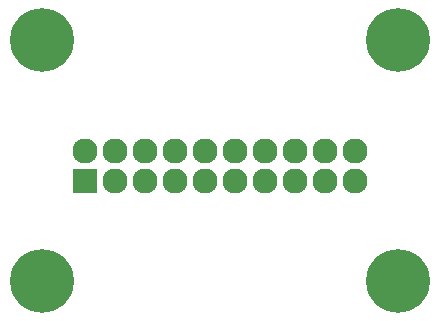
<source format=gbr>
G04 #@! TF.FileFunction,Soldermask,Bot*
%FSLAX46Y46*%
G04 Gerber Fmt 4.6, Leading zero omitted, Abs format (unit mm)*
G04 Created by KiCad (PCBNEW 4.0.6) date 07/10/17 09:04:08*
%MOMM*%
%LPD*%
G01*
G04 APERTURE LIST*
%ADD10C,0.100000*%
%ADD11C,5.400000*%
%ADD12R,2.127200X2.127200*%
%ADD13O,2.127200X2.127200*%
G04 APERTURE END LIST*
D10*
D11*
X164590000Y-144750000D03*
X134450000Y-144690000D03*
D12*
X138060000Y-136280000D03*
D13*
X138060000Y-133740000D03*
X140600000Y-136280000D03*
X140600000Y-133740000D03*
X143140000Y-136280000D03*
X143140000Y-133740000D03*
X145680000Y-136280000D03*
X145680000Y-133740000D03*
X148220000Y-136280000D03*
X148220000Y-133740000D03*
X150760000Y-136280000D03*
X150760000Y-133740000D03*
X153300000Y-136280000D03*
X153300000Y-133740000D03*
X155840000Y-136280000D03*
X155840000Y-133740000D03*
X158380000Y-136280000D03*
X158380000Y-133740000D03*
X160920000Y-136280000D03*
X160920000Y-133740000D03*
D11*
X164590000Y-124280000D03*
X134450000Y-124280000D03*
M02*

</source>
